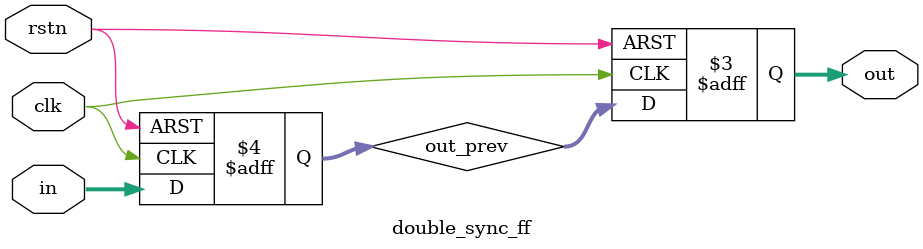
<source format=v>
module double_sync_ff #(parameter ADDR_LEN = 5)(
        input clk,rstn,
        input [ADDR_LEN:0] in,
        output reg [ADDR_LEN:0] out
    );

    reg [ADDR_LEN:0] out_prev;
    

    always @(posedge clk or negedge rstn) begin
        if (!rstn) begin
            out_prev <= 0;
            out <= 0;
        end 
        else begin
            out_prev <= in;
            out <= out_prev;
        end
    end
    
endmodule
</source>
